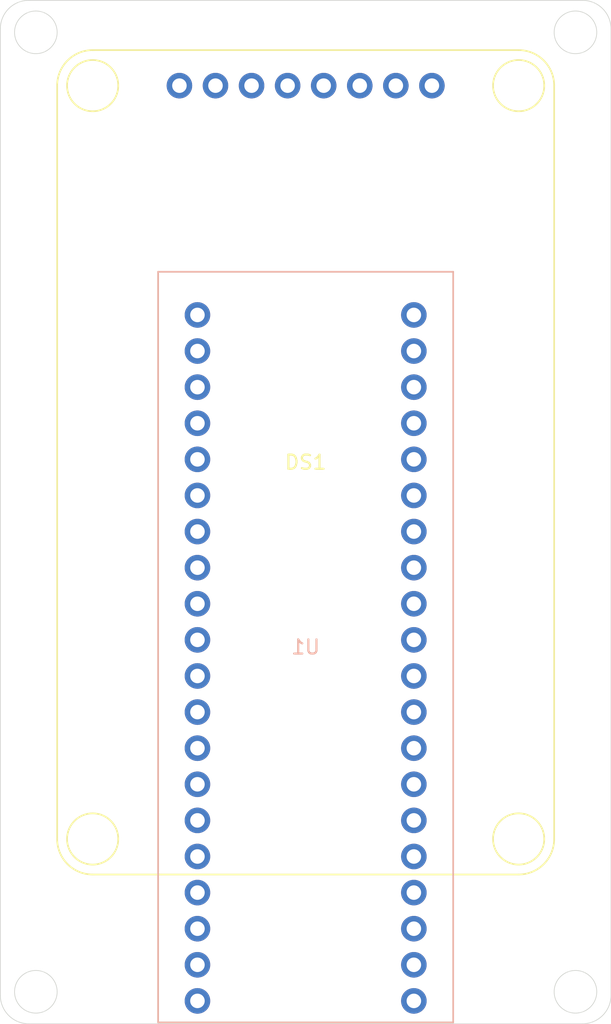
<source format=kicad_pcb>
(kicad_pcb (version 20171130) (host pcbnew 5.1.9)

  (general
    (thickness 1.6)
    (drawings 12)
    (tracks 0)
    (zones 0)
    (modules 2)
    (nets 49)
  )

  (page A4)
  (layers
    (0 F.Cu signal)
    (31 B.Cu signal)
    (32 B.Adhes user)
    (33 F.Adhes user)
    (34 B.Paste user)
    (35 F.Paste user)
    (36 B.SilkS user)
    (37 F.SilkS user)
    (38 B.Mask user)
    (39 F.Mask user)
    (40 Dwgs.User user)
    (41 Cmts.User user)
    (42 Eco1.User user)
    (43 Eco2.User user)
    (44 Edge.Cuts user)
    (45 Margin user)
    (46 B.CrtYd user)
    (47 F.CrtYd user)
    (48 B.Fab user)
    (49 F.Fab user hide)
  )

  (setup
    (last_trace_width 0.25)
    (trace_clearance 0.2)
    (zone_clearance 0.508)
    (zone_45_only no)
    (trace_min 0.2)
    (via_size 0.8)
    (via_drill 0.4)
    (via_min_size 0.4)
    (via_min_drill 0.3)
    (uvia_size 0.3)
    (uvia_drill 0.1)
    (uvias_allowed no)
    (uvia_min_size 0.2)
    (uvia_min_drill 0.1)
    (edge_width 0.05)
    (segment_width 0.2)
    (pcb_text_width 0.3)
    (pcb_text_size 1.5 1.5)
    (mod_edge_width 0.12)
    (mod_text_size 1 1)
    (mod_text_width 0.15)
    (pad_size 1.524 1.524)
    (pad_drill 0.762)
    (pad_to_mask_clearance 0)
    (aux_axis_origin 0 0)
    (visible_elements FEFFFF7F)
    (pcbplotparams
      (layerselection 0x010fc_ffffffff)
      (usegerberextensions false)
      (usegerberattributes true)
      (usegerberadvancedattributes true)
      (creategerberjobfile true)
      (excludeedgelayer true)
      (linewidth 0.100000)
      (plotframeref false)
      (viasonmask false)
      (mode 1)
      (useauxorigin false)
      (hpglpennumber 1)
      (hpglpenspeed 20)
      (hpglpendiameter 15.000000)
      (psnegative false)
      (psa4output false)
      (plotreference true)
      (plotvalue true)
      (plotinvisibletext false)
      (padsonsilk false)
      (subtractmaskfromsilk false)
      (outputformat 1)
      (mirror false)
      (drillshape 1)
      (scaleselection 1)
      (outputdirectory ""))
  )

  (net 0 "")
  (net 1 "Net-(DS1-Pad1)")
  (net 2 "Net-(DS1-Pad2)")
  (net 3 "Net-(DS1-Pad3)")
  (net 4 "Net-(DS1-Pad4)")
  (net 5 "Net-(DS1-Pad5)")
  (net 6 "Net-(DS1-Pad6)")
  (net 7 "Net-(DS1-Pad7)")
  (net 8 "Net-(DS1-Pad8)")
  (net 9 "Net-(U1-Pad1)")
  (net 10 "Net-(U1-Pad2)")
  (net 11 "Net-(U1-Pad3)")
  (net 12 "Net-(U1-Pad4)")
  (net 13 "Net-(U1-Pad5)")
  (net 14 "Net-(U1-Pad6)")
  (net 15 "Net-(U1-Pad7)")
  (net 16 "Net-(U1-Pad8)")
  (net 17 "Net-(U1-Pad9)")
  (net 18 "Net-(U1-Pad10)")
  (net 19 "Net-(U1-Pad11)")
  (net 20 "Net-(U1-Pad12)")
  (net 21 "Net-(U1-Pad13)")
  (net 22 "Net-(U1-Pad14)")
  (net 23 "Net-(U1-Pad15)")
  (net 24 "Net-(U1-Pad16)")
  (net 25 "Net-(U1-Pad17)")
  (net 26 "Net-(U1-Pad18)")
  (net 27 "Net-(U1-Pad19)")
  (net 28 "Net-(U1-Pad20)")
  (net 29 "Net-(U1-Pad21)")
  (net 30 "Net-(U1-Pad22)")
  (net 31 "Net-(U1-Pad23)")
  (net 32 "Net-(U1-Pad24)")
  (net 33 "Net-(U1-Pad25)")
  (net 34 "Net-(U1-Pad26)")
  (net 35 "Net-(U1-Pad27)")
  (net 36 "Net-(U1-Pad28)")
  (net 37 "Net-(U1-Pad29)")
  (net 38 "Net-(U1-Pad30)")
  (net 39 "Net-(U1-Pad31)")
  (net 40 "Net-(U1-Pad32)")
  (net 41 "Net-(U1-Pad33)")
  (net 42 "Net-(U1-Pad34)")
  (net 43 "Net-(U1-Pad35)")
  (net 44 "Net-(U1-Pad36)")
  (net 45 "Net-(U1-Pad37)")
  (net 46 "Net-(U1-Pad38)")
  (net 47 "Net-(U1-Pad39)")
  (net 48 "Net-(U1-Pad40)")

  (net_class Default "This is the default net class."
    (clearance 0.2)
    (trace_width 0.25)
    (via_dia 0.8)
    (via_drill 0.4)
    (uvia_dia 0.3)
    (uvia_drill 0.1)
    (add_net "Net-(DS1-Pad1)")
    (add_net "Net-(DS1-Pad2)")
    (add_net "Net-(DS1-Pad3)")
    (add_net "Net-(DS1-Pad4)")
    (add_net "Net-(DS1-Pad5)")
    (add_net "Net-(DS1-Pad6)")
    (add_net "Net-(DS1-Pad7)")
    (add_net "Net-(DS1-Pad8)")
    (add_net "Net-(U1-Pad1)")
    (add_net "Net-(U1-Pad10)")
    (add_net "Net-(U1-Pad11)")
    (add_net "Net-(U1-Pad12)")
    (add_net "Net-(U1-Pad13)")
    (add_net "Net-(U1-Pad14)")
    (add_net "Net-(U1-Pad15)")
    (add_net "Net-(U1-Pad16)")
    (add_net "Net-(U1-Pad17)")
    (add_net "Net-(U1-Pad18)")
    (add_net "Net-(U1-Pad19)")
    (add_net "Net-(U1-Pad2)")
    (add_net "Net-(U1-Pad20)")
    (add_net "Net-(U1-Pad21)")
    (add_net "Net-(U1-Pad22)")
    (add_net "Net-(U1-Pad23)")
    (add_net "Net-(U1-Pad24)")
    (add_net "Net-(U1-Pad25)")
    (add_net "Net-(U1-Pad26)")
    (add_net "Net-(U1-Pad27)")
    (add_net "Net-(U1-Pad28)")
    (add_net "Net-(U1-Pad29)")
    (add_net "Net-(U1-Pad3)")
    (add_net "Net-(U1-Pad30)")
    (add_net "Net-(U1-Pad31)")
    (add_net "Net-(U1-Pad32)")
    (add_net "Net-(U1-Pad33)")
    (add_net "Net-(U1-Pad34)")
    (add_net "Net-(U1-Pad35)")
    (add_net "Net-(U1-Pad36)")
    (add_net "Net-(U1-Pad37)")
    (add_net "Net-(U1-Pad38)")
    (add_net "Net-(U1-Pad39)")
    (add_net "Net-(U1-Pad4)")
    (add_net "Net-(U1-Pad40)")
    (add_net "Net-(U1-Pad5)")
    (add_net "Net-(U1-Pad6)")
    (add_net "Net-(U1-Pad7)")
    (add_net "Net-(U1-Pad8)")
    (add_net "Net-(U1-Pad9)")
  )

  (module _AKL_Module:Waveshare_17344 locked (layer F.Cu) (tedit 5FE3BAF1) (tstamp 5FE4293D)
    (at 0 -3.5)
    (path /5FE3D96D)
    (fp_text reference DS1 (at 0 0) (layer F.SilkS)
      (effects (font (size 1 1) (thickness 0.15)))
    )
    (fp_text value Waveshare_17344 (at 0 -0.5) (layer F.Fab)
      (effects (font (size 1 1) (thickness 0.15)))
    )
    (fp_arc (start -15 26.5) (end -17.5 26.5) (angle -90) (layer F.SilkS) (width 0.12))
    (fp_arc (start 15 26.5) (end 15 29) (angle -90) (layer F.SilkS) (width 0.12))
    (fp_arc (start 15 -26.5) (end 17.5 -26.5) (angle -90) (layer F.SilkS) (width 0.12))
    (fp_arc (start -15 -26.5) (end -15 -29) (angle -90) (layer F.SilkS) (width 0.12))
    (fp_line (start -17.5 -26.5) (end -17.5 26.5) (layer F.SilkS) (width 0.12))
    (fp_line (start -15 29) (end 15 29) (layer F.SilkS) (width 0.12))
    (fp_line (start 17.5 -26.5) (end 17.5 26.5) (layer F.SilkS) (width 0.12))
    (fp_line (start -15 -29) (end 15 -29) (layer F.SilkS) (width 0.12))
    (fp_circle (center -15 -26.5) (end -13.5 -27.5) (layer F.SilkS) (width 0.12))
    (fp_circle (center 15 -26.5) (end 16.5 -27.5) (layer F.SilkS) (width 0.12))
    (fp_circle (center 15 26.5) (end 16.5 25.5) (layer F.SilkS) (width 0.12))
    (fp_circle (center -15 26.5) (end -13.5 25.5) (layer F.SilkS) (width 0.12))
    (pad 8 thru_hole circle (at 8.89 -26.5) (size 1.8 1.8) (drill 1.02) (layers *.Cu *.Mask)
      (net 8 "Net-(DS1-Pad8)"))
    (pad 7 thru_hole circle (at 6.35 -26.5) (size 1.8 1.8) (drill 1.02) (layers *.Cu *.Mask)
      (net 7 "Net-(DS1-Pad7)"))
    (pad 6 thru_hole circle (at 3.81 -26.5) (size 1.8 1.8) (drill 1.02) (layers *.Cu *.Mask)
      (net 6 "Net-(DS1-Pad6)"))
    (pad 5 thru_hole circle (at 1.27 -26.5) (size 1.8 1.8) (drill 1.02) (layers *.Cu *.Mask)
      (net 5 "Net-(DS1-Pad5)"))
    (pad 4 thru_hole circle (at -1.27 -26.5) (size 1.8 1.8) (drill 1.02) (layers *.Cu *.Mask)
      (net 4 "Net-(DS1-Pad4)"))
    (pad 3 thru_hole circle (at -3.81 -26.5) (size 1.8 1.8) (drill 1.02) (layers *.Cu *.Mask)
      (net 3 "Net-(DS1-Pad3)"))
    (pad 2 thru_hole circle (at -6.35 -26.5) (size 1.8 1.8) (drill 1.02) (layers *.Cu *.Mask)
      (net 2 "Net-(DS1-Pad2)"))
    (pad 1 thru_hole circle (at -8.89 -26.5) (size 1.8 1.8) (drill 1.02) (layers *.Cu *.Mask)
      (net 1 "Net-(DS1-Pad1)"))
    (pad "" np_thru_hole circle (at 15 26.5) (size 3 3) (drill 3) (layers *.Cu *.Mask))
    (pad "" np_thru_hole circle (at -15 26.5) (size 3 3) (drill 3) (layers *.Cu *.Mask))
    (pad "" np_thru_hole circle (at 15 -26.5) (size 3 3) (drill 3) (layers *.Cu *.Mask))
    (pad "" np_thru_hole circle (at -15 -26.5) (size 3 3) (drill 3) (layers *.Cu *.Mask))
  )

  (module _AKL_Module:WeAct_MiniF4 locked (layer B.Cu) (tedit 5FE3C795) (tstamp 5FE445FC)
    (at 0 9.5)
    (path /5FE41ABC)
    (fp_text reference U1 (at 0 0) (layer B.SilkS)
      (effects (font (size 1 1) (thickness 0.15)) (justify mirror))
    )
    (fp_text value WeAct_MiniF4 (at 0 0) (layer B.Fab)
      (effects (font (size 1 1) (thickness 0.15)) (justify mirror))
    )
    (fp_line (start -10.39 26.405) (end -10.39 -26.405) (layer B.SilkS) (width 0.12))
    (fp_line (start -10.39 -26.405) (end 10.39 -26.405) (layer B.SilkS) (width 0.12))
    (fp_line (start 10.39 26.405) (end 10.39 -26.405) (layer B.SilkS) (width 0.12))
    (fp_line (start -10.39 26.405) (end 10.39 26.405) (layer B.SilkS) (width 0.12))
    (pad 1 thru_hole circle (at -7.62 24.892) (size 1.8 1.8) (drill 1.02) (layers *.Cu *.Mask)
      (net 9 "Net-(U1-Pad1)"))
    (pad 2 thru_hole circle (at -7.62 22.352) (size 1.8 1.8) (drill 1.02) (layers *.Cu *.Mask)
      (net 10 "Net-(U1-Pad2)"))
    (pad 3 thru_hole circle (at -7.62 19.812) (size 1.8 1.8) (drill 1.02) (layers *.Cu *.Mask)
      (net 11 "Net-(U1-Pad3)"))
    (pad 4 thru_hole circle (at -7.62 17.272) (size 1.8 1.8) (drill 1.02) (layers *.Cu *.Mask)
      (net 12 "Net-(U1-Pad4)"))
    (pad 5 thru_hole circle (at -7.62 14.732) (size 1.8 1.8) (drill 1.02) (layers *.Cu *.Mask)
      (net 13 "Net-(U1-Pad5)"))
    (pad 6 thru_hole circle (at -7.62 12.192) (size 1.8 1.8) (drill 1.02) (layers *.Cu *.Mask)
      (net 14 "Net-(U1-Pad6)"))
    (pad 7 thru_hole circle (at -7.62 9.652) (size 1.8 1.8) (drill 1.02) (layers *.Cu *.Mask)
      (net 15 "Net-(U1-Pad7)"))
    (pad 8 thru_hole circle (at -7.62 7.112) (size 1.8 1.8) (drill 1.02) (layers *.Cu *.Mask)
      (net 16 "Net-(U1-Pad8)"))
    (pad 9 thru_hole circle (at -7.62 4.572) (size 1.8 1.8) (drill 1.02) (layers *.Cu *.Mask)
      (net 17 "Net-(U1-Pad9)"))
    (pad 10 thru_hole circle (at -7.62 2.032) (size 1.8 1.8) (drill 1.02) (layers *.Cu *.Mask)
      (net 18 "Net-(U1-Pad10)"))
    (pad 11 thru_hole circle (at -7.62 -0.508) (size 1.8 1.8) (drill 1.02) (layers *.Cu *.Mask)
      (net 19 "Net-(U1-Pad11)"))
    (pad 12 thru_hole circle (at -7.62 -3.048) (size 1.8 1.8) (drill 1.02) (layers *.Cu *.Mask)
      (net 20 "Net-(U1-Pad12)"))
    (pad 13 thru_hole circle (at -7.62 -5.588) (size 1.8 1.8) (drill 1.02) (layers *.Cu *.Mask)
      (net 21 "Net-(U1-Pad13)"))
    (pad 14 thru_hole circle (at -7.62 -8.128) (size 1.8 1.8) (drill 1.02) (layers *.Cu *.Mask)
      (net 22 "Net-(U1-Pad14)"))
    (pad 15 thru_hole circle (at -7.62 -10.668) (size 1.8 1.8) (drill 1.02) (layers *.Cu *.Mask)
      (net 23 "Net-(U1-Pad15)"))
    (pad 16 thru_hole circle (at -7.62 -13.208) (size 1.8 1.8) (drill 1.02) (layers *.Cu *.Mask)
      (net 24 "Net-(U1-Pad16)"))
    (pad 17 thru_hole circle (at -7.62 -15.748) (size 1.8 1.8) (drill 1.02) (layers *.Cu *.Mask)
      (net 25 "Net-(U1-Pad17)"))
    (pad 18 thru_hole circle (at -7.62 -18.288) (size 1.8 1.8) (drill 1.02) (layers *.Cu *.Mask)
      (net 26 "Net-(U1-Pad18)"))
    (pad 19 thru_hole circle (at -7.62 -20.828) (size 1.8 1.8) (drill 1.02) (layers *.Cu *.Mask)
      (net 27 "Net-(U1-Pad19)"))
    (pad 20 thru_hole circle (at -7.62 -23.368) (size 1.8 1.8) (drill 1.02) (layers *.Cu *.Mask)
      (net 28 "Net-(U1-Pad20)"))
    (pad 21 thru_hole circle (at 7.62 -23.368) (size 1.8 1.8) (drill 1.02) (layers *.Cu *.Mask)
      (net 29 "Net-(U1-Pad21)"))
    (pad 22 thru_hole circle (at 7.62 -20.828) (size 1.8 1.8) (drill 1.02) (layers *.Cu *.Mask)
      (net 30 "Net-(U1-Pad22)"))
    (pad 23 thru_hole circle (at 7.62 -18.288) (size 1.8 1.8) (drill 1.02) (layers *.Cu *.Mask)
      (net 31 "Net-(U1-Pad23)"))
    (pad 24 thru_hole circle (at 7.62 -15.748) (size 1.8 1.8) (drill 1.02) (layers *.Cu *.Mask)
      (net 32 "Net-(U1-Pad24)"))
    (pad 25 thru_hole circle (at 7.62 -13.208) (size 1.8 1.8) (drill 1.02) (layers *.Cu *.Mask)
      (net 33 "Net-(U1-Pad25)"))
    (pad 26 thru_hole circle (at 7.62 -10.668) (size 1.8 1.8) (drill 1.02) (layers *.Cu *.Mask)
      (net 34 "Net-(U1-Pad26)"))
    (pad 27 thru_hole circle (at 7.62 -8.128) (size 1.8 1.8) (drill 1.02) (layers *.Cu *.Mask)
      (net 35 "Net-(U1-Pad27)"))
    (pad 28 thru_hole circle (at 7.62 -5.588) (size 1.8 1.8) (drill 1.02) (layers *.Cu *.Mask)
      (net 36 "Net-(U1-Pad28)"))
    (pad 29 thru_hole circle (at 7.62 -3.048) (size 1.8 1.8) (drill 1.02) (layers *.Cu *.Mask)
      (net 37 "Net-(U1-Pad29)"))
    (pad 30 thru_hole circle (at 7.62 -0.508) (size 1.8 1.8) (drill 1.02) (layers *.Cu *.Mask)
      (net 38 "Net-(U1-Pad30)"))
    (pad 31 thru_hole circle (at 7.62 2.032) (size 1.8 1.8) (drill 1.02) (layers *.Cu *.Mask)
      (net 39 "Net-(U1-Pad31)"))
    (pad 32 thru_hole circle (at 7.62 4.572) (size 1.8 1.8) (drill 1.02) (layers *.Cu *.Mask)
      (net 40 "Net-(U1-Pad32)"))
    (pad 33 thru_hole circle (at 7.62 7.112) (size 1.8 1.8) (drill 1.02) (layers *.Cu *.Mask)
      (net 41 "Net-(U1-Pad33)"))
    (pad 34 thru_hole circle (at 7.62 9.652) (size 1.8 1.8) (drill 1.02) (layers *.Cu *.Mask)
      (net 42 "Net-(U1-Pad34)"))
    (pad 35 thru_hole circle (at 7.62 12.192) (size 1.8 1.8) (drill 1.02) (layers *.Cu *.Mask)
      (net 43 "Net-(U1-Pad35)"))
    (pad 36 thru_hole circle (at 7.62 14.732) (size 1.8 1.8) (drill 1.02) (layers *.Cu *.Mask)
      (net 44 "Net-(U1-Pad36)"))
    (pad 37 thru_hole circle (at 7.62 17.272) (size 1.8 1.8) (drill 1.02) (layers *.Cu *.Mask)
      (net 45 "Net-(U1-Pad37)"))
    (pad 38 thru_hole circle (at 7.62 19.812) (size 1.8 1.8) (drill 1.02) (layers *.Cu *.Mask)
      (net 46 "Net-(U1-Pad38)"))
    (pad 39 thru_hole circle (at 7.62 22.352) (size 1.8 1.8) (drill 1.02) (layers *.Cu *.Mask)
      (net 47 "Net-(U1-Pad39)"))
    (pad 40 thru_hole circle (at 7.62 24.892) (size 1.8 1.8) (drill 1.02) (layers *.Cu *.Mask)
      (net 48 "Net-(U1-Pad40)"))
    (model :ThirdParty:WeAct_MiniF4.step
      (offset (xyz 0 -0.1 4.2))
      (scale (xyz 1 1 1))
      (rotate (xyz 0 0 90))
    )
  )

  (gr_arc (start 19.5 -34) (end 21.5 -34) (angle -90) (layer Edge.Cuts) (width 0.05))
  (gr_arc (start 19.5 34) (end 19.5 36) (angle -90) (layer Edge.Cuts) (width 0.05) (tstamp 5FE3B0E4))
  (gr_arc (start -19.5 34) (end -21.5 34) (angle -90) (layer Edge.Cuts) (width 0.05) (tstamp 5FE3B0E4))
  (gr_arc (start -19.5 -34) (end -19.5 -36) (angle -90) (layer Edge.Cuts) (width 0.05) (tstamp 5FE3B0E4))
  (gr_circle (center 19 33.75) (end 20.5 33.75) (layer Edge.Cuts) (width 0.05) (tstamp 5FE3AE4D))
  (gr_circle (center -19 33.75) (end -17.5 33.75) (layer Edge.Cuts) (width 0.05) (tstamp 5FE3AE4D))
  (gr_circle (center 19 -33.75) (end 20.5 -33.75) (layer Edge.Cuts) (width 0.05) (tstamp 5FE3AE4D))
  (gr_circle (center -19 -33.75) (end -17.5 -33.75) (layer Edge.Cuts) (width 0.05) (tstamp 5FE3AE41))
  (gr_line (start -19.5 36) (end 19.5 36) (layer Edge.Cuts) (width 0.05))
  (gr_line (start -19.5 -36) (end 19.5 -36) (layer Edge.Cuts) (width 0.05))
  (gr_line (start 21.5 -34) (end 21.5 34) (layer Edge.Cuts) (width 0.05))
  (gr_line (start -21.5 -34) (end -21.5 34) (layer Edge.Cuts) (width 0.05))

)

</source>
